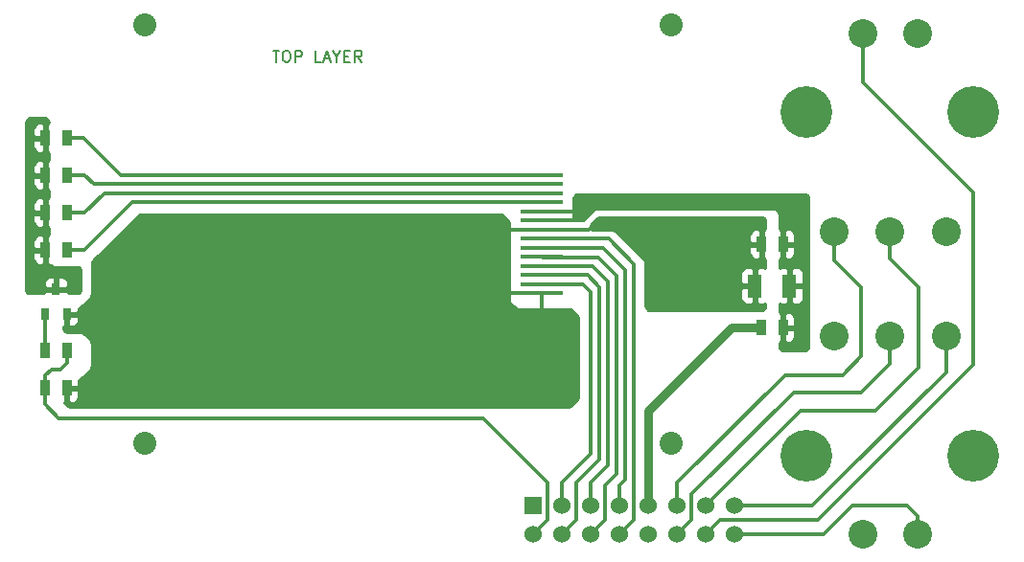
<source format=gtl>
G04 (created by PCBNEW (2013-03-19 BZR 4004)-stable) date 8/2/2015 7:03:12 AM*
%MOIN*%
G04 Gerber Fmt 3.4, Leading zero omitted, Abs format*
%FSLAX34Y34*%
G01*
G70*
G90*
G04 APERTURE LIST*
%ADD10C,0.007*%
%ADD11C,0.008*%
%ADD12C,0.1*%
%ADD13C,0.18*%
%ADD14R,0.0315X0.0394*%
%ADD15O,0.15X0.015*%
%ADD16C,0.08*%
%ADD17R,0.06X0.06*%
%ADD18C,0.06*%
%ADD19R,0.035X0.055*%
%ADD20R,0.05X0.08*%
%ADD21C,0.035*%
%ADD22C,0.012*%
%ADD23C,0.03*%
%ADD24C,0.014*%
%ADD25C,0.01*%
G04 APERTURE END LIST*
G54D10*
G54D11*
X8888Y-1511D02*
X9116Y-1511D01*
X9002Y-1911D02*
X9002Y-1511D01*
X9326Y-1511D02*
X9402Y-1511D01*
X9440Y-1530D01*
X9478Y-1569D01*
X9497Y-1645D01*
X9497Y-1778D01*
X9478Y-1854D01*
X9440Y-1892D01*
X9402Y-1911D01*
X9326Y-1911D01*
X9288Y-1892D01*
X9250Y-1854D01*
X9230Y-1778D01*
X9230Y-1645D01*
X9250Y-1569D01*
X9288Y-1530D01*
X9326Y-1511D01*
X9669Y-1911D02*
X9669Y-1511D01*
X9821Y-1511D01*
X9859Y-1530D01*
X9878Y-1550D01*
X9897Y-1588D01*
X9897Y-1645D01*
X9878Y-1683D01*
X9859Y-1702D01*
X9821Y-1721D01*
X9669Y-1721D01*
X10564Y-1911D02*
X10373Y-1911D01*
X10373Y-1511D01*
X10678Y-1797D02*
X10869Y-1797D01*
X10640Y-1911D02*
X10773Y-1511D01*
X10907Y-1911D01*
X11116Y-1721D02*
X11116Y-1911D01*
X10983Y-1511D02*
X11116Y-1721D01*
X11250Y-1511D01*
X11383Y-1702D02*
X11516Y-1702D01*
X11573Y-1911D02*
X11383Y-1911D01*
X11383Y-1511D01*
X11573Y-1511D01*
X11973Y-1911D02*
X11840Y-1721D01*
X11745Y-1911D02*
X11745Y-1511D01*
X11897Y-1511D01*
X11935Y-1530D01*
X11954Y-1550D01*
X11973Y-1588D01*
X11973Y-1645D01*
X11954Y-1683D01*
X11935Y-1702D01*
X11897Y-1721D01*
X11745Y-1721D01*
G54D12*
X31300Y-900D03*
X29400Y-900D03*
X32300Y-7800D03*
X30350Y-7800D03*
G54D13*
X33250Y-3650D03*
X27450Y-3650D03*
G54D12*
X28400Y-7800D03*
G54D14*
X1350Y-9817D03*
X1725Y-10683D03*
X975Y-10683D03*
G54D12*
X29400Y-18350D03*
X31300Y-18350D03*
X28400Y-11450D03*
X30350Y-11450D03*
G54D13*
X27450Y-15600D03*
X33250Y-15600D03*
G54D12*
X32300Y-11450D03*
G54D15*
X18250Y-9950D03*
X18250Y-9635D03*
X18250Y-9319D03*
X18250Y-9004D03*
X18250Y-8688D03*
X18250Y-8373D03*
X18250Y-8058D03*
X18250Y-7742D03*
X18250Y-7427D03*
X18250Y-7112D03*
X18250Y-6796D03*
X18250Y-6481D03*
X18250Y-6165D03*
X18250Y-5850D03*
G54D16*
X22750Y-15185D03*
X22750Y-615D03*
X4440Y-615D03*
X4440Y-15185D03*
G54D17*
X17950Y-17350D03*
G54D18*
X17950Y-18350D03*
X18950Y-17350D03*
X18950Y-18350D03*
X19950Y-17350D03*
X19950Y-18350D03*
X20950Y-17350D03*
X20950Y-18350D03*
X21950Y-17350D03*
X21950Y-18350D03*
X22950Y-17350D03*
X22950Y-18350D03*
X23950Y-17350D03*
X23950Y-18350D03*
X24950Y-17350D03*
X24950Y-18350D03*
G54D19*
X26625Y-8250D03*
X25875Y-8250D03*
X26625Y-11150D03*
X25875Y-11150D03*
X975Y-13250D03*
X1725Y-13250D03*
X1725Y-11950D03*
X975Y-11950D03*
X975Y-8450D03*
X1725Y-8450D03*
X975Y-7150D03*
X1725Y-7150D03*
X975Y-5850D03*
X1725Y-5850D03*
X975Y-4550D03*
X1725Y-4550D03*
G54D20*
X26850Y-9700D03*
X25650Y-9700D03*
G54D21*
X25100Y-9700D03*
X23350Y-7600D03*
X25250Y-7600D03*
X22200Y-10300D03*
X22200Y-8700D03*
X21100Y-7600D03*
X13150Y-7550D03*
X8950Y-7550D03*
X4450Y-7550D03*
X2950Y-9050D03*
X2950Y-10650D03*
X2950Y-13550D03*
X7050Y-13550D03*
X14350Y-13550D03*
X19150Y-13550D03*
X19150Y-10850D03*
X16750Y-7750D03*
X16750Y-10000D03*
G54D22*
X18250Y-7112D02*
X19588Y-7112D01*
X19573Y-7427D02*
X18250Y-7427D01*
X19700Y-7300D02*
X19573Y-7427D01*
X19700Y-7224D02*
X19700Y-7300D01*
X19588Y-7112D02*
X19700Y-7224D01*
G54D23*
X25875Y-11150D02*
X24850Y-11150D01*
X21950Y-14050D02*
X21950Y-17350D01*
X24850Y-11150D02*
X21950Y-14050D01*
G54D24*
X24950Y-17350D02*
X27650Y-17350D01*
X32300Y-12700D02*
X32300Y-11450D01*
X28650Y-16350D02*
X32300Y-12700D01*
X28650Y-16350D02*
X28650Y-16350D01*
X27650Y-17350D02*
X28650Y-16350D01*
X30350Y-11450D02*
X30350Y-12400D01*
X23450Y-17850D02*
X22950Y-18350D01*
X23450Y-16950D02*
X23450Y-17850D01*
X27000Y-13400D02*
X23450Y-16950D01*
X29350Y-13400D02*
X27000Y-13400D01*
X30350Y-12400D02*
X29350Y-13400D01*
X31300Y-18350D02*
X31300Y-17700D01*
X28050Y-18350D02*
X24950Y-18350D01*
X29050Y-17350D02*
X28050Y-18350D01*
X30950Y-17350D02*
X29050Y-17350D01*
X31300Y-17700D02*
X30950Y-17350D01*
G54D22*
X975Y-13825D02*
X975Y-13250D01*
X1450Y-14300D02*
X975Y-13825D01*
X16200Y-14300D02*
X1450Y-14300D01*
X18450Y-16550D02*
X16200Y-14300D01*
X975Y-13250D02*
X975Y-12825D01*
X1725Y-12375D02*
X1725Y-11950D01*
X1500Y-12600D02*
X1725Y-12375D01*
X1200Y-12600D02*
X1500Y-12600D01*
X975Y-12825D02*
X1200Y-12600D01*
X17950Y-18350D02*
X18450Y-17850D01*
X18450Y-17850D02*
X18450Y-16550D01*
X18262Y-8700D02*
X18250Y-8688D01*
X20200Y-8700D02*
X18262Y-8700D01*
X20850Y-9350D02*
X20200Y-8700D01*
X20850Y-16250D02*
X20850Y-9350D01*
X20450Y-16650D02*
X20850Y-16250D01*
X20450Y-17850D02*
X20450Y-16650D01*
X19950Y-18350D02*
X20450Y-17850D01*
X19950Y-17350D02*
X19950Y-16550D01*
X20004Y-9004D02*
X18250Y-9004D01*
X20550Y-9550D02*
X20004Y-9004D01*
X20550Y-15950D02*
X20550Y-9550D01*
X19950Y-16550D02*
X20550Y-15950D01*
X20558Y-8058D02*
X18250Y-8058D01*
X21450Y-8950D02*
X20558Y-8058D01*
X20950Y-18350D02*
X21450Y-17850D01*
X21450Y-17850D02*
X21450Y-14050D01*
X21450Y-14050D02*
X21450Y-8950D01*
X21450Y-14050D02*
X21450Y-14050D01*
X20950Y-17350D02*
X20950Y-16650D01*
X20950Y-16650D02*
X21150Y-16450D01*
X21150Y-16450D02*
X21150Y-9150D01*
X20373Y-8373D02*
X18250Y-8373D01*
X21150Y-9150D02*
X20373Y-8373D01*
X19685Y-9635D02*
X18250Y-9635D01*
X19950Y-9900D02*
X19685Y-9635D01*
X19950Y-15550D02*
X19950Y-9900D01*
X18950Y-16550D02*
X19950Y-15550D01*
X18950Y-17350D02*
X18950Y-16550D01*
X18950Y-18350D02*
X19450Y-17850D01*
X19450Y-17850D02*
X19450Y-16550D01*
X19450Y-16550D02*
X20250Y-15750D01*
X19819Y-9319D02*
X18250Y-9319D01*
X20250Y-9750D02*
X19819Y-9319D01*
X20250Y-15750D02*
X20250Y-9750D01*
G54D24*
X28400Y-7800D02*
X28400Y-8800D01*
X22950Y-16550D02*
X22950Y-17350D01*
X26700Y-12800D02*
X22950Y-16550D01*
X28700Y-12800D02*
X26700Y-12800D01*
X29350Y-12150D02*
X28700Y-12800D01*
X29350Y-9750D02*
X29350Y-12150D01*
X28400Y-8800D02*
X29350Y-9750D01*
X30350Y-7800D02*
X30350Y-8750D01*
X27250Y-14050D02*
X23950Y-17350D01*
X29850Y-14050D02*
X27250Y-14050D01*
X31350Y-12550D02*
X29850Y-14050D01*
X31350Y-9750D02*
X31350Y-12550D01*
X30350Y-8750D02*
X31350Y-9750D01*
X23950Y-18350D02*
X24450Y-17850D01*
X29400Y-2600D02*
X29400Y-900D01*
X33250Y-6450D02*
X29400Y-2600D01*
X33250Y-12450D02*
X33250Y-6450D01*
X28750Y-16950D02*
X33250Y-12450D01*
X28750Y-16950D02*
X28750Y-16950D01*
X27850Y-17850D02*
X28750Y-16950D01*
X24450Y-17850D02*
X27850Y-17850D01*
G54D22*
X25650Y-9700D02*
X25100Y-9700D01*
X25875Y-8250D02*
X25450Y-8250D01*
X25250Y-8050D02*
X25250Y-7600D01*
X25450Y-8250D02*
X25250Y-8050D01*
X18250Y-7742D02*
X19858Y-7742D01*
X22200Y-8700D02*
X22200Y-10300D01*
X20000Y-7600D02*
X21100Y-7600D01*
X19858Y-7742D02*
X20000Y-7600D01*
X1725Y-13250D02*
X2650Y-13250D01*
X4450Y-7550D02*
X8950Y-7550D01*
X2950Y-10650D02*
X2950Y-9050D01*
X2650Y-13250D02*
X2950Y-13550D01*
X18250Y-9950D02*
X18250Y-10850D01*
X19150Y-13550D02*
X14350Y-13550D01*
X18250Y-10850D02*
X19150Y-10850D01*
X18250Y-7742D02*
X16758Y-7742D01*
X16758Y-7742D02*
X16750Y-7750D01*
X18250Y-9950D02*
X16800Y-9950D01*
X16800Y-9950D02*
X16750Y-10000D01*
X975Y-11950D02*
X975Y-10683D01*
X975Y-5850D02*
X975Y-4550D01*
X975Y-7150D02*
X975Y-5850D01*
X975Y-8450D02*
X975Y-7150D01*
X1350Y-9817D02*
X1350Y-9350D01*
X975Y-8975D02*
X975Y-8450D01*
X1350Y-9350D02*
X975Y-8975D01*
X18250Y-6165D02*
X2665Y-6165D01*
X2350Y-5850D02*
X1725Y-5850D01*
X2665Y-6165D02*
X2350Y-5850D01*
X18250Y-6796D02*
X4004Y-6796D01*
X2350Y-8450D02*
X1725Y-8450D01*
X4004Y-6796D02*
X2350Y-8450D01*
X18250Y-6481D02*
X3019Y-6481D01*
X2350Y-7150D02*
X1725Y-7150D01*
X3019Y-6481D02*
X2350Y-7150D01*
X18250Y-5850D02*
X3600Y-5850D01*
X2300Y-4550D02*
X1725Y-4550D01*
X3600Y-5850D02*
X2300Y-4550D01*
G54D10*
G36*
X2200Y-9879D02*
X2129Y-9950D01*
X1757Y-9950D01*
X1757Y-9669D01*
X1757Y-9570D01*
X1719Y-9478D01*
X1648Y-9407D01*
X1557Y-9369D01*
X1462Y-9370D01*
X1400Y-9432D01*
X1400Y-9767D01*
X1695Y-9767D01*
X1757Y-9704D01*
X1757Y-9669D01*
X1757Y-9950D01*
X1757Y-9950D01*
X1757Y-9929D01*
X1695Y-9867D01*
X1400Y-9867D01*
X1400Y-9874D01*
X1300Y-9874D01*
X1300Y-9867D01*
X1300Y-9767D01*
X1300Y-9432D01*
X1237Y-9370D01*
X1142Y-9369D01*
X1051Y-9407D01*
X980Y-9478D01*
X942Y-9570D01*
X942Y-9669D01*
X942Y-9704D01*
X1005Y-9767D01*
X1300Y-9767D01*
X1300Y-9867D01*
X1005Y-9867D01*
X942Y-9929D01*
X942Y-9950D01*
X925Y-9950D01*
X925Y-8912D01*
X925Y-8500D01*
X925Y-8400D01*
X925Y-7987D01*
X925Y-7612D01*
X925Y-7200D01*
X925Y-7100D01*
X925Y-6687D01*
X925Y-6312D01*
X925Y-5900D01*
X925Y-5800D01*
X925Y-5387D01*
X925Y-5012D01*
X925Y-4600D01*
X925Y-4500D01*
X925Y-4087D01*
X862Y-4025D01*
X750Y-4024D01*
X658Y-4062D01*
X588Y-4133D01*
X550Y-4225D01*
X549Y-4324D01*
X550Y-4437D01*
X612Y-4500D01*
X925Y-4500D01*
X925Y-4600D01*
X612Y-4600D01*
X550Y-4662D01*
X549Y-4775D01*
X550Y-4874D01*
X588Y-4966D01*
X658Y-5037D01*
X750Y-5075D01*
X862Y-5075D01*
X925Y-5012D01*
X925Y-5387D01*
X862Y-5325D01*
X750Y-5324D01*
X658Y-5362D01*
X588Y-5433D01*
X550Y-5525D01*
X549Y-5624D01*
X550Y-5737D01*
X612Y-5800D01*
X925Y-5800D01*
X925Y-5900D01*
X612Y-5900D01*
X550Y-5962D01*
X549Y-6075D01*
X550Y-6174D01*
X588Y-6266D01*
X658Y-6337D01*
X750Y-6375D01*
X862Y-6375D01*
X925Y-6312D01*
X925Y-6687D01*
X862Y-6625D01*
X750Y-6624D01*
X658Y-6662D01*
X588Y-6733D01*
X550Y-6825D01*
X549Y-6924D01*
X550Y-7037D01*
X612Y-7100D01*
X925Y-7100D01*
X925Y-7200D01*
X612Y-7200D01*
X550Y-7262D01*
X549Y-7375D01*
X550Y-7474D01*
X588Y-7566D01*
X658Y-7637D01*
X750Y-7675D01*
X862Y-7675D01*
X925Y-7612D01*
X925Y-7987D01*
X862Y-7925D01*
X750Y-7924D01*
X658Y-7962D01*
X588Y-8033D01*
X550Y-8125D01*
X549Y-8224D01*
X550Y-8337D01*
X612Y-8400D01*
X925Y-8400D01*
X925Y-8500D01*
X612Y-8500D01*
X550Y-8562D01*
X549Y-8675D01*
X550Y-8774D01*
X588Y-8866D01*
X658Y-8937D01*
X750Y-8975D01*
X862Y-8975D01*
X925Y-8912D01*
X925Y-9950D01*
X370Y-9950D01*
X300Y-9879D01*
X300Y-3970D01*
X420Y-3850D01*
X979Y-3850D01*
X1100Y-3970D01*
X1100Y-4024D01*
X1087Y-4025D01*
X1025Y-4087D01*
X1025Y-4500D01*
X1032Y-4500D01*
X1032Y-4600D01*
X1025Y-4600D01*
X1025Y-5012D01*
X1087Y-5075D01*
X1100Y-5075D01*
X1100Y-5324D01*
X1087Y-5325D01*
X1025Y-5387D01*
X1025Y-5800D01*
X1032Y-5800D01*
X1032Y-5900D01*
X1025Y-5900D01*
X1025Y-6312D01*
X1087Y-6375D01*
X1100Y-6375D01*
X1100Y-6624D01*
X1087Y-6625D01*
X1025Y-6687D01*
X1025Y-7100D01*
X1032Y-7100D01*
X1032Y-7200D01*
X1025Y-7200D01*
X1025Y-7612D01*
X1087Y-7675D01*
X1100Y-7675D01*
X1100Y-7924D01*
X1087Y-7925D01*
X1025Y-7987D01*
X1025Y-8400D01*
X1032Y-8400D01*
X1032Y-8500D01*
X1025Y-8500D01*
X1025Y-8912D01*
X1087Y-8975D01*
X1154Y-8975D01*
X1229Y-9050D01*
X2129Y-9050D01*
X2200Y-9120D01*
X2200Y-9879D01*
X2200Y-9879D01*
G37*
G54D25*
X2200Y-9879D02*
X2129Y-9950D01*
X1757Y-9950D01*
X1757Y-9669D01*
X1757Y-9570D01*
X1719Y-9478D01*
X1648Y-9407D01*
X1557Y-9369D01*
X1462Y-9370D01*
X1400Y-9432D01*
X1400Y-9767D01*
X1695Y-9767D01*
X1757Y-9704D01*
X1757Y-9669D01*
X1757Y-9950D01*
X1757Y-9950D01*
X1757Y-9929D01*
X1695Y-9867D01*
X1400Y-9867D01*
X1400Y-9874D01*
X1300Y-9874D01*
X1300Y-9867D01*
X1300Y-9767D01*
X1300Y-9432D01*
X1237Y-9370D01*
X1142Y-9369D01*
X1051Y-9407D01*
X980Y-9478D01*
X942Y-9570D01*
X942Y-9669D01*
X942Y-9704D01*
X1005Y-9767D01*
X1300Y-9767D01*
X1300Y-9867D01*
X1005Y-9867D01*
X942Y-9929D01*
X942Y-9950D01*
X925Y-9950D01*
X925Y-8912D01*
X925Y-8500D01*
X925Y-8400D01*
X925Y-7987D01*
X925Y-7612D01*
X925Y-7200D01*
X925Y-7100D01*
X925Y-6687D01*
X925Y-6312D01*
X925Y-5900D01*
X925Y-5800D01*
X925Y-5387D01*
X925Y-5012D01*
X925Y-4600D01*
X925Y-4500D01*
X925Y-4087D01*
X862Y-4025D01*
X750Y-4024D01*
X658Y-4062D01*
X588Y-4133D01*
X550Y-4225D01*
X549Y-4324D01*
X550Y-4437D01*
X612Y-4500D01*
X925Y-4500D01*
X925Y-4600D01*
X612Y-4600D01*
X550Y-4662D01*
X549Y-4775D01*
X550Y-4874D01*
X588Y-4966D01*
X658Y-5037D01*
X750Y-5075D01*
X862Y-5075D01*
X925Y-5012D01*
X925Y-5387D01*
X862Y-5325D01*
X750Y-5324D01*
X658Y-5362D01*
X588Y-5433D01*
X550Y-5525D01*
X549Y-5624D01*
X550Y-5737D01*
X612Y-5800D01*
X925Y-5800D01*
X925Y-5900D01*
X612Y-5900D01*
X550Y-5962D01*
X549Y-6075D01*
X550Y-6174D01*
X588Y-6266D01*
X658Y-6337D01*
X750Y-6375D01*
X862Y-6375D01*
X925Y-6312D01*
X925Y-6687D01*
X862Y-6625D01*
X750Y-6624D01*
X658Y-6662D01*
X588Y-6733D01*
X550Y-6825D01*
X549Y-6924D01*
X550Y-7037D01*
X612Y-7100D01*
X925Y-7100D01*
X925Y-7200D01*
X612Y-7200D01*
X550Y-7262D01*
X549Y-7375D01*
X550Y-7474D01*
X588Y-7566D01*
X658Y-7637D01*
X750Y-7675D01*
X862Y-7675D01*
X925Y-7612D01*
X925Y-7987D01*
X862Y-7925D01*
X750Y-7924D01*
X658Y-7962D01*
X588Y-8033D01*
X550Y-8125D01*
X549Y-8224D01*
X550Y-8337D01*
X612Y-8400D01*
X925Y-8400D01*
X925Y-8500D01*
X612Y-8500D01*
X550Y-8562D01*
X549Y-8675D01*
X550Y-8774D01*
X588Y-8866D01*
X658Y-8937D01*
X750Y-8975D01*
X862Y-8975D01*
X925Y-8912D01*
X925Y-9950D01*
X370Y-9950D01*
X300Y-9879D01*
X300Y-3970D01*
X420Y-3850D01*
X979Y-3850D01*
X1100Y-3970D01*
X1100Y-4024D01*
X1087Y-4025D01*
X1025Y-4087D01*
X1025Y-4500D01*
X1032Y-4500D01*
X1032Y-4600D01*
X1025Y-4600D01*
X1025Y-5012D01*
X1087Y-5075D01*
X1100Y-5075D01*
X1100Y-5324D01*
X1087Y-5325D01*
X1025Y-5387D01*
X1025Y-5800D01*
X1032Y-5800D01*
X1032Y-5900D01*
X1025Y-5900D01*
X1025Y-6312D01*
X1087Y-6375D01*
X1100Y-6375D01*
X1100Y-6624D01*
X1087Y-6625D01*
X1025Y-6687D01*
X1025Y-7100D01*
X1032Y-7100D01*
X1032Y-7200D01*
X1025Y-7200D01*
X1025Y-7612D01*
X1087Y-7675D01*
X1100Y-7675D01*
X1100Y-7924D01*
X1087Y-7925D01*
X1025Y-7987D01*
X1025Y-8400D01*
X1032Y-8400D01*
X1032Y-8500D01*
X1025Y-8500D01*
X1025Y-8912D01*
X1087Y-8975D01*
X1154Y-8975D01*
X1229Y-9050D01*
X2129Y-9050D01*
X2200Y-9120D01*
X2200Y-9879D01*
G54D10*
G36*
X19500Y-13562D02*
X19487Y-13624D01*
X19452Y-13676D01*
X19276Y-13852D01*
X19224Y-13887D01*
X19162Y-13900D01*
X2150Y-13900D01*
X2150Y-13475D01*
X2150Y-13362D01*
X2087Y-13300D01*
X1775Y-13300D01*
X1775Y-13712D01*
X1837Y-13775D01*
X1949Y-13775D01*
X2041Y-13737D01*
X2111Y-13666D01*
X2149Y-13574D01*
X2150Y-13475D01*
X2150Y-13900D01*
X1837Y-13900D01*
X1775Y-13887D01*
X1723Y-13852D01*
X1647Y-13776D01*
X1632Y-13754D01*
X1675Y-13712D01*
X1675Y-13300D01*
X1667Y-13300D01*
X1667Y-13200D01*
X1675Y-13200D01*
X1675Y-13192D01*
X1775Y-13192D01*
X1775Y-13200D01*
X2087Y-13200D01*
X2150Y-13137D01*
X2150Y-13024D01*
X2150Y-12984D01*
X2163Y-12981D01*
X2240Y-12930D01*
X2530Y-12640D01*
X2581Y-12563D01*
X2600Y-12472D01*
X2600Y-11727D01*
X2581Y-11636D01*
X2530Y-11559D01*
X2340Y-11369D01*
X2263Y-11318D01*
X2172Y-11300D01*
X2132Y-11300D01*
X2132Y-10830D01*
X2132Y-10795D01*
X2070Y-10733D01*
X1775Y-10733D01*
X1775Y-11067D01*
X1837Y-11130D01*
X1932Y-11130D01*
X2023Y-11092D01*
X2094Y-11021D01*
X2132Y-10929D01*
X2132Y-10830D01*
X2132Y-11300D01*
X1725Y-11300D01*
X1674Y-11289D01*
X1636Y-11263D01*
X1610Y-11225D01*
X1600Y-11174D01*
X1600Y-11130D01*
X1612Y-11130D01*
X1675Y-11067D01*
X1675Y-10733D01*
X1667Y-10733D01*
X1667Y-10633D01*
X1675Y-10633D01*
X1675Y-10625D01*
X1775Y-10625D01*
X1775Y-10633D01*
X2070Y-10633D01*
X2132Y-10570D01*
X2132Y-10535D01*
X2132Y-10487D01*
X2163Y-10481D01*
X2240Y-10430D01*
X2530Y-10140D01*
X2581Y-10063D01*
X2600Y-9972D01*
X2600Y-8937D01*
X2612Y-8875D01*
X2647Y-8823D01*
X4223Y-7247D01*
X4275Y-7212D01*
X4337Y-7200D01*
X16762Y-7200D01*
X16824Y-7212D01*
X16876Y-7247D01*
X17052Y-7423D01*
X17087Y-7475D01*
X17100Y-7537D01*
X17100Y-10172D01*
X17118Y-10263D01*
X17169Y-10340D01*
X17259Y-10430D01*
X17336Y-10481D01*
X17427Y-10500D01*
X19162Y-10500D01*
X19224Y-10512D01*
X19276Y-10547D01*
X19452Y-10723D01*
X19487Y-10775D01*
X19500Y-10837D01*
X19500Y-13562D01*
X19500Y-13562D01*
G37*
G54D25*
X19500Y-13562D02*
X19487Y-13624D01*
X19452Y-13676D01*
X19276Y-13852D01*
X19224Y-13887D01*
X19162Y-13900D01*
X2150Y-13900D01*
X2150Y-13475D01*
X2150Y-13362D01*
X2087Y-13300D01*
X1775Y-13300D01*
X1775Y-13712D01*
X1837Y-13775D01*
X1949Y-13775D01*
X2041Y-13737D01*
X2111Y-13666D01*
X2149Y-13574D01*
X2150Y-13475D01*
X2150Y-13900D01*
X1837Y-13900D01*
X1775Y-13887D01*
X1723Y-13852D01*
X1647Y-13776D01*
X1632Y-13754D01*
X1675Y-13712D01*
X1675Y-13300D01*
X1667Y-13300D01*
X1667Y-13200D01*
X1675Y-13200D01*
X1675Y-13192D01*
X1775Y-13192D01*
X1775Y-13200D01*
X2087Y-13200D01*
X2150Y-13137D01*
X2150Y-13024D01*
X2150Y-12984D01*
X2163Y-12981D01*
X2240Y-12930D01*
X2530Y-12640D01*
X2581Y-12563D01*
X2600Y-12472D01*
X2600Y-11727D01*
X2581Y-11636D01*
X2530Y-11559D01*
X2340Y-11369D01*
X2263Y-11318D01*
X2172Y-11300D01*
X2132Y-11300D01*
X2132Y-10830D01*
X2132Y-10795D01*
X2070Y-10733D01*
X1775Y-10733D01*
X1775Y-11067D01*
X1837Y-11130D01*
X1932Y-11130D01*
X2023Y-11092D01*
X2094Y-11021D01*
X2132Y-10929D01*
X2132Y-10830D01*
X2132Y-11300D01*
X1725Y-11300D01*
X1674Y-11289D01*
X1636Y-11263D01*
X1610Y-11225D01*
X1600Y-11174D01*
X1600Y-11130D01*
X1612Y-11130D01*
X1675Y-11067D01*
X1675Y-10733D01*
X1667Y-10733D01*
X1667Y-10633D01*
X1675Y-10633D01*
X1675Y-10625D01*
X1775Y-10625D01*
X1775Y-10633D01*
X2070Y-10633D01*
X2132Y-10570D01*
X2132Y-10535D01*
X2132Y-10487D01*
X2163Y-10481D01*
X2240Y-10430D01*
X2530Y-10140D01*
X2581Y-10063D01*
X2600Y-9972D01*
X2600Y-8937D01*
X2612Y-8875D01*
X2647Y-8823D01*
X4223Y-7247D01*
X4275Y-7212D01*
X4337Y-7200D01*
X16762Y-7200D01*
X16824Y-7212D01*
X16876Y-7247D01*
X17052Y-7423D01*
X17087Y-7475D01*
X17100Y-7537D01*
X17100Y-10172D01*
X17118Y-10263D01*
X17169Y-10340D01*
X17259Y-10430D01*
X17336Y-10481D01*
X17427Y-10500D01*
X19162Y-10500D01*
X19224Y-10512D01*
X19276Y-10547D01*
X19452Y-10723D01*
X19487Y-10775D01*
X19500Y-10837D01*
X19500Y-13562D01*
G54D10*
G36*
X27500Y-11795D02*
X27487Y-11857D01*
X27455Y-11905D01*
X27407Y-11937D01*
X27350Y-11949D01*
X27350Y-10050D01*
X27350Y-9349D01*
X27349Y-9250D01*
X27311Y-9158D01*
X27241Y-9087D01*
X27149Y-9049D01*
X27050Y-9049D01*
X27050Y-8475D01*
X27050Y-8024D01*
X27049Y-7925D01*
X27011Y-7833D01*
X26941Y-7762D01*
X26849Y-7724D01*
X26737Y-7725D01*
X26675Y-7787D01*
X26675Y-8200D01*
X26987Y-8200D01*
X27050Y-8137D01*
X27050Y-8024D01*
X27050Y-8475D01*
X27050Y-8362D01*
X26987Y-8300D01*
X26675Y-8300D01*
X26675Y-8712D01*
X26737Y-8775D01*
X26849Y-8775D01*
X26941Y-8737D01*
X27011Y-8666D01*
X27049Y-8574D01*
X27050Y-8475D01*
X27050Y-9049D01*
X26962Y-9050D01*
X26900Y-9112D01*
X26900Y-9650D01*
X27287Y-9650D01*
X27350Y-9587D01*
X27350Y-9349D01*
X27350Y-10050D01*
X27350Y-9812D01*
X27287Y-9750D01*
X26900Y-9750D01*
X26900Y-10287D01*
X26962Y-10350D01*
X27149Y-10350D01*
X27241Y-10312D01*
X27311Y-10241D01*
X27349Y-10149D01*
X27350Y-10050D01*
X27350Y-11949D01*
X27345Y-11950D01*
X27050Y-11950D01*
X27050Y-11375D01*
X27050Y-10924D01*
X27049Y-10825D01*
X27011Y-10733D01*
X26941Y-10662D01*
X26849Y-10624D01*
X26737Y-10625D01*
X26675Y-10687D01*
X26675Y-11100D01*
X26987Y-11100D01*
X27050Y-11037D01*
X27050Y-10924D01*
X27050Y-11375D01*
X27050Y-11262D01*
X26987Y-11200D01*
X26675Y-11200D01*
X26675Y-11612D01*
X26737Y-11675D01*
X26849Y-11675D01*
X26941Y-11637D01*
X27011Y-11566D01*
X27049Y-11474D01*
X27050Y-11375D01*
X27050Y-11950D01*
X26654Y-11950D01*
X26592Y-11937D01*
X26544Y-11905D01*
X26512Y-11857D01*
X26500Y-11795D01*
X26500Y-11675D01*
X26512Y-11675D01*
X26575Y-11612D01*
X26575Y-11200D01*
X26567Y-11200D01*
X26567Y-11100D01*
X26575Y-11100D01*
X26575Y-10687D01*
X26512Y-10625D01*
X26500Y-10624D01*
X26500Y-10329D01*
X26550Y-10350D01*
X26737Y-10350D01*
X26800Y-10287D01*
X26800Y-9750D01*
X26792Y-9750D01*
X26792Y-9650D01*
X26800Y-9650D01*
X26800Y-9112D01*
X26737Y-9050D01*
X26550Y-9049D01*
X26500Y-9070D01*
X26500Y-8775D01*
X26512Y-8775D01*
X26575Y-8712D01*
X26575Y-8300D01*
X26567Y-8300D01*
X26567Y-8200D01*
X26575Y-8200D01*
X26575Y-7787D01*
X26512Y-7725D01*
X26500Y-7724D01*
X26500Y-7245D01*
X26481Y-7153D01*
X26427Y-7072D01*
X26346Y-7018D01*
X26254Y-7000D01*
X20177Y-7000D01*
X20086Y-7018D01*
X20009Y-7069D01*
X19676Y-7402D01*
X19632Y-7432D01*
X19416Y-7432D01*
X19387Y-7412D01*
X19360Y-7372D01*
X19350Y-7320D01*
X19350Y-6654D01*
X19362Y-6592D01*
X19394Y-6544D01*
X19442Y-6512D01*
X19504Y-6500D01*
X27345Y-6500D01*
X27407Y-6512D01*
X27455Y-6544D01*
X27487Y-6592D01*
X27500Y-6654D01*
X27500Y-11795D01*
X27500Y-11795D01*
G37*
G54D25*
X27500Y-11795D02*
X27487Y-11857D01*
X27455Y-11905D01*
X27407Y-11937D01*
X27350Y-11949D01*
X27350Y-10050D01*
X27350Y-9349D01*
X27349Y-9250D01*
X27311Y-9158D01*
X27241Y-9087D01*
X27149Y-9049D01*
X27050Y-9049D01*
X27050Y-8475D01*
X27050Y-8024D01*
X27049Y-7925D01*
X27011Y-7833D01*
X26941Y-7762D01*
X26849Y-7724D01*
X26737Y-7725D01*
X26675Y-7787D01*
X26675Y-8200D01*
X26987Y-8200D01*
X27050Y-8137D01*
X27050Y-8024D01*
X27050Y-8475D01*
X27050Y-8362D01*
X26987Y-8300D01*
X26675Y-8300D01*
X26675Y-8712D01*
X26737Y-8775D01*
X26849Y-8775D01*
X26941Y-8737D01*
X27011Y-8666D01*
X27049Y-8574D01*
X27050Y-8475D01*
X27050Y-9049D01*
X26962Y-9050D01*
X26900Y-9112D01*
X26900Y-9650D01*
X27287Y-9650D01*
X27350Y-9587D01*
X27350Y-9349D01*
X27350Y-10050D01*
X27350Y-9812D01*
X27287Y-9750D01*
X26900Y-9750D01*
X26900Y-10287D01*
X26962Y-10350D01*
X27149Y-10350D01*
X27241Y-10312D01*
X27311Y-10241D01*
X27349Y-10149D01*
X27350Y-10050D01*
X27350Y-11949D01*
X27345Y-11950D01*
X27050Y-11950D01*
X27050Y-11375D01*
X27050Y-10924D01*
X27049Y-10825D01*
X27011Y-10733D01*
X26941Y-10662D01*
X26849Y-10624D01*
X26737Y-10625D01*
X26675Y-10687D01*
X26675Y-11100D01*
X26987Y-11100D01*
X27050Y-11037D01*
X27050Y-10924D01*
X27050Y-11375D01*
X27050Y-11262D01*
X26987Y-11200D01*
X26675Y-11200D01*
X26675Y-11612D01*
X26737Y-11675D01*
X26849Y-11675D01*
X26941Y-11637D01*
X27011Y-11566D01*
X27049Y-11474D01*
X27050Y-11375D01*
X27050Y-11950D01*
X26654Y-11950D01*
X26592Y-11937D01*
X26544Y-11905D01*
X26512Y-11857D01*
X26500Y-11795D01*
X26500Y-11675D01*
X26512Y-11675D01*
X26575Y-11612D01*
X26575Y-11200D01*
X26567Y-11200D01*
X26567Y-11100D01*
X26575Y-11100D01*
X26575Y-10687D01*
X26512Y-10625D01*
X26500Y-10624D01*
X26500Y-10329D01*
X26550Y-10350D01*
X26737Y-10350D01*
X26800Y-10287D01*
X26800Y-9750D01*
X26792Y-9750D01*
X26792Y-9650D01*
X26800Y-9650D01*
X26800Y-9112D01*
X26737Y-9050D01*
X26550Y-9049D01*
X26500Y-9070D01*
X26500Y-8775D01*
X26512Y-8775D01*
X26575Y-8712D01*
X26575Y-8300D01*
X26567Y-8300D01*
X26567Y-8200D01*
X26575Y-8200D01*
X26575Y-7787D01*
X26512Y-7725D01*
X26500Y-7724D01*
X26500Y-7245D01*
X26481Y-7153D01*
X26427Y-7072D01*
X26346Y-7018D01*
X26254Y-7000D01*
X20177Y-7000D01*
X20086Y-7018D01*
X20009Y-7069D01*
X19676Y-7402D01*
X19632Y-7432D01*
X19416Y-7432D01*
X19387Y-7412D01*
X19360Y-7372D01*
X19350Y-7320D01*
X19350Y-6654D01*
X19362Y-6592D01*
X19394Y-6544D01*
X19442Y-6512D01*
X19504Y-6500D01*
X27345Y-6500D01*
X27407Y-6512D01*
X27455Y-6544D01*
X27487Y-6592D01*
X27500Y-6654D01*
X27500Y-11795D01*
G54D10*
G36*
X26000Y-10395D02*
X25987Y-10457D01*
X25955Y-10505D01*
X25907Y-10537D01*
X25845Y-10550D01*
X25600Y-10550D01*
X25600Y-10287D01*
X25600Y-9750D01*
X25600Y-9650D01*
X25600Y-9112D01*
X25537Y-9050D01*
X25350Y-9049D01*
X25258Y-9087D01*
X25188Y-9158D01*
X25150Y-9250D01*
X25149Y-9349D01*
X25150Y-9587D01*
X25212Y-9650D01*
X25600Y-9650D01*
X25600Y-9750D01*
X25212Y-9750D01*
X25150Y-9812D01*
X25149Y-10050D01*
X25150Y-10149D01*
X25188Y-10241D01*
X25258Y-10312D01*
X25350Y-10350D01*
X25537Y-10350D01*
X25600Y-10287D01*
X25600Y-10550D01*
X22004Y-10550D01*
X21942Y-10537D01*
X21894Y-10505D01*
X21862Y-10457D01*
X21850Y-10395D01*
X21850Y-8927D01*
X21831Y-8836D01*
X21780Y-8759D01*
X20840Y-7819D01*
X20763Y-7768D01*
X20672Y-7750D01*
X20568Y-7750D01*
X20558Y-7748D01*
X20033Y-7748D01*
X19996Y-7740D01*
X19961Y-7716D01*
X19937Y-7681D01*
X19928Y-7638D01*
X19937Y-7596D01*
X19963Y-7556D01*
X20173Y-7347D01*
X20225Y-7312D01*
X20287Y-7300D01*
X25845Y-7300D01*
X25907Y-7312D01*
X25955Y-7344D01*
X25987Y-7392D01*
X26000Y-7454D01*
X26000Y-7724D01*
X25987Y-7725D01*
X25925Y-7787D01*
X25925Y-8200D01*
X25932Y-8200D01*
X25932Y-8300D01*
X25925Y-8300D01*
X25925Y-8712D01*
X25987Y-8775D01*
X26000Y-8775D01*
X26000Y-9070D01*
X25949Y-9049D01*
X25825Y-9049D01*
X25825Y-8712D01*
X25825Y-8300D01*
X25825Y-8200D01*
X25825Y-7787D01*
X25762Y-7725D01*
X25650Y-7724D01*
X25558Y-7762D01*
X25488Y-7833D01*
X25450Y-7925D01*
X25449Y-8024D01*
X25450Y-8137D01*
X25512Y-8200D01*
X25825Y-8200D01*
X25825Y-8300D01*
X25512Y-8300D01*
X25450Y-8362D01*
X25449Y-8475D01*
X25450Y-8574D01*
X25488Y-8666D01*
X25558Y-8737D01*
X25650Y-8775D01*
X25762Y-8775D01*
X25825Y-8712D01*
X25825Y-9049D01*
X25762Y-9050D01*
X25700Y-9112D01*
X25700Y-9650D01*
X25707Y-9650D01*
X25707Y-9750D01*
X25700Y-9750D01*
X25700Y-10287D01*
X25762Y-10350D01*
X25949Y-10350D01*
X26000Y-10329D01*
X26000Y-10395D01*
X26000Y-10395D01*
G37*
G54D25*
X26000Y-10395D02*
X25987Y-10457D01*
X25955Y-10505D01*
X25907Y-10537D01*
X25845Y-10550D01*
X25600Y-10550D01*
X25600Y-10287D01*
X25600Y-9750D01*
X25600Y-9650D01*
X25600Y-9112D01*
X25537Y-9050D01*
X25350Y-9049D01*
X25258Y-9087D01*
X25188Y-9158D01*
X25150Y-9250D01*
X25149Y-9349D01*
X25150Y-9587D01*
X25212Y-9650D01*
X25600Y-9650D01*
X25600Y-9750D01*
X25212Y-9750D01*
X25150Y-9812D01*
X25149Y-10050D01*
X25150Y-10149D01*
X25188Y-10241D01*
X25258Y-10312D01*
X25350Y-10350D01*
X25537Y-10350D01*
X25600Y-10287D01*
X25600Y-10550D01*
X22004Y-10550D01*
X21942Y-10537D01*
X21894Y-10505D01*
X21862Y-10457D01*
X21850Y-10395D01*
X21850Y-8927D01*
X21831Y-8836D01*
X21780Y-8759D01*
X20840Y-7819D01*
X20763Y-7768D01*
X20672Y-7750D01*
X20568Y-7750D01*
X20558Y-7748D01*
X20033Y-7748D01*
X19996Y-7740D01*
X19961Y-7716D01*
X19937Y-7681D01*
X19928Y-7638D01*
X19937Y-7596D01*
X19963Y-7556D01*
X20173Y-7347D01*
X20225Y-7312D01*
X20287Y-7300D01*
X25845Y-7300D01*
X25907Y-7312D01*
X25955Y-7344D01*
X25987Y-7392D01*
X26000Y-7454D01*
X26000Y-7724D01*
X25987Y-7725D01*
X25925Y-7787D01*
X25925Y-8200D01*
X25932Y-8200D01*
X25932Y-8300D01*
X25925Y-8300D01*
X25925Y-8712D01*
X25987Y-8775D01*
X26000Y-8775D01*
X26000Y-9070D01*
X25949Y-9049D01*
X25825Y-9049D01*
X25825Y-8712D01*
X25825Y-8300D01*
X25825Y-8200D01*
X25825Y-7787D01*
X25762Y-7725D01*
X25650Y-7724D01*
X25558Y-7762D01*
X25488Y-7833D01*
X25450Y-7925D01*
X25449Y-8024D01*
X25450Y-8137D01*
X25512Y-8200D01*
X25825Y-8200D01*
X25825Y-8300D01*
X25512Y-8300D01*
X25450Y-8362D01*
X25449Y-8475D01*
X25450Y-8574D01*
X25488Y-8666D01*
X25558Y-8737D01*
X25650Y-8775D01*
X25762Y-8775D01*
X25825Y-8712D01*
X25825Y-9049D01*
X25762Y-9050D01*
X25700Y-9112D01*
X25700Y-9650D01*
X25707Y-9650D01*
X25707Y-9750D01*
X25700Y-9750D01*
X25700Y-10287D01*
X25762Y-10350D01*
X25949Y-10350D01*
X26000Y-10329D01*
X26000Y-10395D01*
M02*

</source>
